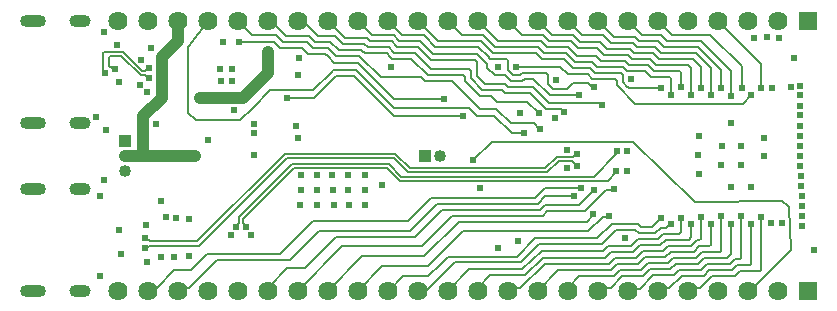
<source format=gbl>
G04*
G04 #@! TF.GenerationSoftware,Altium Limited,Altium Designer,25.2.1 (25)*
G04*
G04 Layer_Physical_Order=4*
G04 Layer_Color=16711680*
%FSLAX25Y25*%
%MOIN*%
G70*
G04*
G04 #@! TF.SameCoordinates,CFDFC737-2A4F-4172-B32B-428E1D980CDD*
G04*
G04*
G04 #@! TF.FilePolarity,Positive*
G04*
G01*
G75*
%ADD11C,0.00600*%
G04:AMPARAMS|DCode=51|XSize=39.37mil|YSize=86.61mil|CornerRadius=19.68mil|HoleSize=0mil|Usage=FLASHONLY|Rotation=270.000|XOffset=0mil|YOffset=0mil|HoleType=Round|Shape=RoundedRectangle|*
%AMROUNDEDRECTD51*
21,1,0.03937,0.04724,0,0,270.0*
21,1,0.00000,0.08661,0,0,270.0*
1,1,0.03937,-0.02362,0.00000*
1,1,0.03937,-0.02362,0.00000*
1,1,0.03937,0.02362,0.00000*
1,1,0.03937,0.02362,0.00000*
%
%ADD51ROUNDEDRECTD51*%
G04:AMPARAMS|DCode=52|XSize=39.37mil|YSize=70.87mil|CornerRadius=19.68mil|HoleSize=0mil|Usage=FLASHONLY|Rotation=270.000|XOffset=0mil|YOffset=0mil|HoleType=Round|Shape=RoundedRectangle|*
%AMROUNDEDRECTD52*
21,1,0.03937,0.03150,0,0,270.0*
21,1,0.00000,0.07087,0,0,270.0*
1,1,0.03937,-0.01575,0.00000*
1,1,0.03937,-0.01575,0.00000*
1,1,0.03937,0.01575,0.00000*
1,1,0.03937,0.01575,0.00000*
%
%ADD52ROUNDEDRECTD52*%
%ADD62C,0.00623*%
%ADD64C,0.00603*%
%ADD66C,0.06400*%
%ADD67R,0.06400X0.06400*%
%ADD68C,0.04000*%
%ADD69R,0.04000X0.04000*%
%ADD70R,0.04000X0.04000*%
%ADD71C,0.02400*%
%ADD72C,0.04000*%
D11*
X206698Y54692D02*
X227219Y34813D01*
X227641Y34644D02*
X256133Y35022D01*
X256347D02*
X256512Y34890D01*
X256133Y35022D02*
X256347D01*
X227219Y34813D02*
X227394Y34644D01*
X256512Y34890D02*
X258580Y33236D01*
X227394Y34644D02*
X227641D01*
X159679Y54692D02*
X206698D01*
X259389Y18522D02*
Y18784D01*
X258606Y33215D02*
X258795Y33026D01*
X258580Y33236D02*
X258606Y33215D01*
X258795Y33026D02*
X259389Y18784D01*
X245866Y5000D02*
X259389Y18522D01*
X245000Y5000D02*
X245866D01*
X137863D02*
X147512Y14509D01*
X135000Y5000D02*
X137863D01*
X147512Y14509D02*
X169395D01*
X176809Y15829D02*
X177049D01*
X189901Y15829D01*
X170852Y10169D02*
X176809Y15829D01*
X159263Y10169D02*
X170852D01*
X169028Y5926D02*
X177342Y13829D01*
X177582D01*
X165926Y5926D02*
X169028D01*
X177582Y13829D02*
X198228Y13829D01*
X152169Y12169D02*
X169890D01*
X176430Y18100D01*
X176661D01*
X196843Y18100D01*
X169395Y14509D02*
X175285Y20400D01*
X168035Y16236D02*
X174200Y22400D01*
X145004Y16236D02*
X168035D01*
X142643Y13875D02*
X145004Y16236D01*
X75647Y88030D02*
X86947D01*
X75563Y87946D02*
X75647Y88030D01*
X91597Y12400D02*
X97400D01*
X85305Y6271D02*
X91597Y12400D01*
X97400D02*
X107800Y22800D01*
X194885Y22400D02*
X199730Y27245D01*
X212989Y26087D02*
X216109Y29207D01*
X209474Y26087D02*
X212989D01*
X199730Y27245D02*
X208316D01*
X209474Y26087D01*
X203017Y25245D02*
X205202D01*
X205222Y25225D01*
X207507D02*
X208646Y24087D01*
X214229D01*
X216046Y25904D01*
X205222Y25225D02*
X207507D01*
X218774Y26768D02*
X219121D01*
X219400Y26490D02*
Y27016D01*
X216046Y25904D02*
X217910D01*
X219400Y27016D02*
X219421Y27036D01*
X219121Y26768D02*
X219400Y26490D01*
X217910Y25904D02*
X218774Y26768D01*
X175285Y20400D02*
X196314D01*
X202997Y25225D02*
X203017Y25245D01*
X196314Y20400D02*
X201140Y25225D01*
X202997D01*
X174200Y22400D02*
X194885D01*
X191839Y24817D02*
X196675Y29653D01*
X198653D01*
X198921Y29921D01*
X215058Y22087D02*
X216875Y23904D01*
X222192D02*
X222777Y24490D01*
X216875Y23904D02*
X222192D01*
X222777Y24490D02*
Y29319D01*
X48078Y6033D02*
X53841Y11796D01*
X59346D01*
X45000Y5000D02*
X46033Y6033D01*
X48078D01*
X64750Y17200D02*
X89000D01*
X59346Y11796D02*
X64750Y17200D01*
X185000Y6000D02*
X188811Y9811D01*
X185000Y5000D02*
Y6000D01*
X188811Y9811D02*
X200282D01*
X203158Y9814D02*
X210233D01*
X195963Y5963D02*
X199307D01*
X195000Y5000D02*
X195963Y5963D01*
X199307D02*
X203158Y9814D01*
X175000Y5000D02*
X181829Y11829D01*
X199471D01*
X175000Y5000D02*
X175000D01*
X198228Y13829D02*
X198714Y13900D01*
X199006Y14193D01*
X200627Y15814D01*
X196843Y18100D02*
X198556Y19814D01*
X165000Y5000D02*
X165926Y5926D01*
X155000Y5905D02*
X159263Y10169D01*
X155000Y5000D02*
Y5905D01*
X145000Y5000D02*
X152169Y12169D01*
X138412Y9710D02*
X142643Y13875D01*
X130095Y9710D02*
X138412D01*
X125000Y5000D02*
X125315D01*
X130095Y9710D01*
X137157Y16400D02*
X148724Y27967D01*
X116400Y16400D02*
X137157D01*
X148724Y27967D02*
X187737D01*
X105000Y5000D02*
X116400Y16400D01*
X138400Y13266D02*
X149951Y24817D01*
X191839D01*
X115000Y5000D02*
X123266Y13266D01*
X138400D01*
X187745Y27959D02*
X191419D01*
X193534Y30074D01*
X187737Y27967D02*
X187745Y27959D01*
X109875Y19875D02*
X136375D01*
X146467Y29967D02*
X176700D01*
X136375Y19875D02*
X146467Y29967D01*
X134000Y22800D02*
X143167Y31967D01*
X107800Y22800D02*
X134000D01*
X143167Y31967D02*
X175872D01*
X141367Y33967D02*
X175000D01*
X132400Y25000D02*
X141367Y33967D01*
X102200Y25000D02*
X132400D01*
X92400Y15200D02*
X102200Y25000D01*
X89000Y17200D02*
X100000Y28200D01*
X131640D02*
X139406Y35967D01*
X100000Y28200D02*
X131640D01*
X175000Y33967D02*
X177553Y36520D01*
X139406Y35967D02*
X174172D01*
X177456Y39251D01*
X95000Y5000D02*
X109875Y19875D01*
X68027Y15200D02*
X92400D01*
X85013Y5979D02*
X85305Y6271D01*
X85000Y5000D02*
X85013Y5979D01*
X58737Y5910D02*
X68027Y15200D01*
X166325Y57513D02*
X170585D01*
X160482Y63356D02*
X166325Y57513D01*
X173746Y60717D02*
X175552Y58911D01*
X165949Y60717D02*
X173746D01*
X175552Y58911D02*
X175759D01*
X171572Y67819D02*
X175347Y64044D01*
X177860Y65411D02*
X182697D01*
X183529Y64579D01*
X183907D01*
X172456Y70815D02*
X177860Y65411D01*
X161595Y67819D02*
X171572D01*
X153375Y48388D02*
X159679Y54692D01*
X159569Y69845D02*
X161595Y67819D01*
X164220Y70815D02*
X172456D01*
X161234Y65432D02*
X165949Y60717D01*
X155770Y69845D02*
X159569D01*
X195410Y67411D02*
X196089Y66732D01*
X187782Y67400D02*
X190018D01*
X196089Y66732D02*
X196468D01*
X190018Y67400D02*
X190030Y67411D01*
X195410D01*
X187770D02*
X187782Y67400D01*
X178689Y67411D02*
X187770D01*
X173284Y72816D02*
X178689Y67411D01*
X115009Y80849D02*
X127034Y68824D01*
X143735D01*
X146332Y74804D02*
X155704Y65432D01*
X161234D01*
X152114Y65951D02*
X154709Y63356D01*
X160482D01*
X114467Y78563D02*
X127078Y65951D01*
X152114D01*
X113701Y76500D02*
X127121Y63080D01*
X150024D01*
X242994Y72506D02*
Y79800D01*
X232494Y90300D02*
X242994Y79800D01*
X219700Y90300D02*
X232494D01*
X177553Y36520D02*
X187055D01*
X177456Y39251D02*
X189320D01*
X193534Y30074D02*
Y30385D01*
X190658Y31383D02*
X197857Y38581D01*
X178116Y31383D02*
X190658D01*
X197857Y38581D02*
X200158D01*
X188619Y33383D02*
X193909Y38673D01*
X177288Y33383D02*
X188619D01*
X200158Y38581D02*
X200368Y38792D01*
X175872Y31967D02*
X177288Y33383D01*
X100081Y71832D02*
X106281Y77921D01*
X106860Y78500D01*
X109286D01*
X85905Y71832D02*
X100081D01*
X109286Y78500D02*
X114467Y78563D01*
X133214Y81923D02*
X138333Y76804D01*
X132936Y82201D02*
X133214Y81923D01*
X124626Y84060D02*
X125688Y82998D01*
X128702Y82358D02*
X132936Y82201D01*
X125688Y82998D02*
X126328Y82358D01*
X128702D01*
X125455Y86060D02*
X126864Y84651D01*
X127157Y84358D02*
X128739D01*
X126864Y84651D02*
X127157Y84358D01*
X128739D02*
X134102Y84159D01*
X139458Y78804D01*
X126283Y88060D02*
X127692Y86651D01*
X127985Y86358D01*
X135006Y86127D02*
X135284Y85849D01*
X128776Y86358D02*
X135006Y86127D01*
X135284Y85849D02*
X139357Y81775D01*
X127985Y86358D02*
X128776D01*
X135865Y88096D02*
X140186Y83776D01*
X128536Y88636D02*
X128814Y88358D01*
X127112Y90060D02*
X128536Y88636D01*
X128814Y88358D02*
X135865Y88096D01*
X119940Y90060D02*
X127112D01*
X125000Y95000D02*
X129355Y90645D01*
X137358Y89814D02*
X140872Y86300D01*
X129632Y90367D02*
X137080Y90091D01*
X137358Y89814D01*
X129355Y90645D02*
X129632Y90367D01*
X115837Y82849D02*
X122609Y76078D01*
X136084D02*
X137358Y74804D01*
X122609Y76078D02*
X136084D01*
X115811Y82849D02*
X115837D01*
X107830Y83101D02*
X115559D01*
X115811Y82849D01*
X107253Y80849D02*
X115009D01*
X105053Y83050D02*
X107253Y80849D01*
X91772Y69341D02*
X100399D01*
X107689Y76500D02*
X113701D01*
X100399Y69341D02*
X107689Y76500D01*
X91505Y69073D02*
X91772Y69341D01*
X80060Y65987D02*
X85905Y71832D01*
X117455Y84060D02*
X124626D01*
X138748Y76804D02*
X150087D01*
X138333Y76804D02*
X138748Y76804D01*
X61050Y61800D02*
X75861D01*
X80047Y65987D02*
X80060D01*
X75861Y61800D02*
X80047Y65987D01*
X58500Y64350D02*
X61050Y61800D01*
X58500Y64350D02*
Y64360D01*
X58488Y64372D02*
X58500Y64360D01*
Y73649D02*
Y85799D01*
X58500Y86127D01*
X58488Y64372D02*
Y73637D01*
X58693Y86390D02*
X65000Y95000D01*
X58488Y73637D02*
X58500Y73649D01*
X58500Y86127D02*
X58693Y86390D01*
X86947Y88030D02*
X88877Y86100D01*
X89058D01*
X96342Y85903D02*
X98386Y83859D01*
X89256Y85903D02*
X96342D01*
X89058Y86100D02*
X89256Y85903D01*
X98386Y83859D02*
X104243D01*
X79719Y90281D02*
X87706D01*
X90084Y87902D01*
X75000Y95000D02*
X79719Y90281D01*
X90084Y87902D02*
X98050D01*
X86047Y95000D02*
X91144Y89903D01*
X85000Y95000D02*
X86047D01*
X91144Y89903D02*
X98879D01*
X104243Y83859D02*
X105037Y83065D01*
X164073Y76710D02*
X165968Y74815D01*
X158076Y79306D02*
X160672Y76710D01*
X164073D01*
X165968Y74815D02*
X169872D01*
X158076Y79306D02*
Y80567D01*
X154673Y76598D02*
Y81142D01*
Y76598D02*
X157426Y73844D01*
X154039Y81775D02*
X154673Y81142D01*
X157426Y73844D02*
X164110D01*
X152673Y75769D02*
X156598Y71845D01*
X152087Y78804D02*
X152673Y78218D01*
X139458Y78804D02*
X152087D01*
X156598Y71845D02*
X163191D01*
X152673Y75769D02*
Y78218D01*
X140186Y83776D02*
X154868D01*
X173535Y75565D02*
X179000Y70100D01*
X154868Y83776D02*
X158076Y80567D01*
X115000Y95000D02*
X119647Y90353D01*
X119940Y90060D01*
X105000Y95000D02*
X110899Y89101D01*
X139357Y81775D02*
X154039D01*
X164110Y73844D02*
X165139Y72816D01*
X173284D01*
X118071Y89101D02*
X119112Y88060D01*
X166807Y76815D02*
X169044D01*
X164482Y82300D02*
X165068Y81714D01*
X158318Y83153D02*
X159172Y82300D01*
X164482D01*
X165068Y78554D02*
X166807Y76815D01*
X165068Y78554D02*
Y81714D01*
X150673Y74941D02*
Y76218D01*
Y74941D02*
X155770Y69845D01*
X150087Y76804D02*
X150673Y76218D01*
X137358Y74804D02*
X146332D01*
X169044Y76815D02*
X169793Y77565D01*
X177753D01*
X178339Y76979D01*
Y73992D02*
Y76979D01*
X119112Y88060D02*
X126283D01*
X158318Y83153D02*
X158318D01*
X155464Y86007D02*
X158318Y83153D01*
X159486Y84814D02*
X159529D01*
X160043Y84300D02*
X174386D01*
X156000Y88300D02*
X159486Y84814D01*
X174386Y84300D02*
X176507Y82179D01*
X159529Y84814D02*
X160043Y84300D01*
X163191Y71845D02*
X164220Y70815D01*
X105037Y83065D02*
X105053Y83050D01*
X116527Y84987D02*
X117455Y84060D01*
X116400Y85101D02*
X116527Y84987D01*
X118283Y86060D02*
X125455D01*
X117242Y87101D02*
X118283Y86060D01*
X116828Y87101D02*
X117242Y87101D01*
X110071Y87101D02*
X116828D01*
X117657Y89101D02*
X118071Y89101D01*
X110899Y89101D02*
X117657D01*
X108658Y85101D02*
X116400D01*
X169872Y74815D02*
X170622Y75565D01*
X173535D01*
X98050Y87902D02*
X100093Y85859D01*
X105072D01*
X107830Y83101D01*
X98879Y89903D02*
X100922Y87859D01*
X105900D01*
X108658Y85101D01*
X101750Y89859D02*
X107313D01*
X110071Y87101D01*
X98128Y93481D02*
X101750Y89859D01*
X96461Y95000D02*
X97980Y93481D01*
X95000Y95000D02*
X96461D01*
X97980Y93481D02*
X98128D01*
X179000Y70100D02*
X188900D01*
X193134Y72867D02*
X193677D01*
X178339Y73992D02*
X180128Y72202D01*
X184818D01*
X186702Y74086D01*
X191914D01*
X193299Y72867D02*
X193677D01*
X191914Y74086D02*
X193134Y72867D01*
X140872Y86300D02*
X155172D01*
X155464Y86007D01*
X205242Y72800D02*
X205343Y72699D01*
X203300Y74382D02*
X204882Y72800D01*
X205343Y72699D02*
X216217D01*
X203300Y74382D02*
Y76901D01*
X204882Y72800D02*
X205242D01*
X200714Y75586D02*
X201300Y75000D01*
X193243Y75586D02*
X200714D01*
X201300Y73553D02*
Y75000D01*
Y73553D02*
X207549Y67304D01*
X191779Y77050D02*
X193243Y75586D01*
X202615Y77586D02*
X203300Y76901D01*
X194072Y77586D02*
X202615D01*
X185061Y77050D02*
X191779D01*
X182546Y79565D02*
X185061Y77050D01*
X167975Y79565D02*
X182546D01*
X192534Y79123D02*
X194072Y77586D01*
X183679Y82179D02*
X186735Y79123D01*
X192534D01*
X193178Y81307D02*
X194900Y79586D01*
X187379Y81307D02*
X193178D01*
X184386Y84300D02*
X187379Y81307D01*
X194900Y79586D02*
X203444D01*
X194450Y83307D02*
X196172Y81586D01*
X188207Y83307D02*
X194450D01*
X196172Y81586D02*
X204272D01*
X194643Y85943D02*
X197000Y83586D01*
X188400Y85943D02*
X194643D01*
X197000Y83586D02*
X205100D01*
X195643Y87943D02*
X198000Y85586D01*
X189229Y87943D02*
X195643D01*
X198000Y85586D02*
X205929D01*
X196872Y90300D02*
X199586Y87586D01*
X189700Y90300D02*
X196872D01*
X199586Y87586D02*
X206757D01*
X243407Y67304D02*
X246204Y70101D01*
X207549Y67304D02*
X243407D01*
X167926Y79515D02*
X167975Y79565D01*
X249500Y72500D02*
Y80500D01*
X235000Y95000D02*
X249500Y80500D01*
X225000Y95000D02*
X225659Y94341D01*
X176507Y82179D02*
X183679D01*
X141700Y88300D02*
X156000D01*
X135000Y95000D02*
X141700Y88300D01*
X55000Y5000D02*
X55910Y5910D01*
X58737D01*
X176700Y29967D02*
X178116Y31383D01*
X208360Y22087D02*
X215058D01*
X206086Y19814D02*
X208360Y22087D01*
X198556Y19814D02*
X206086D01*
X218830Y76300D02*
X219416Y75714D01*
Y70256D02*
Y75714D01*
X212843Y76300D02*
X218830D01*
X210843Y78300D02*
X212843Y76300D01*
X189901Y15829D02*
X197400D01*
X199385Y17814D01*
X206915D01*
X209188Y20087D01*
X215886D01*
X217703Y21904D01*
X225286D01*
X226112Y22729D01*
Y27059D01*
X200627Y15814D02*
X207743D01*
X210017Y18087D01*
X216715D01*
X218531Y19904D01*
X226115D01*
X227986Y21776D01*
X228748D01*
X229334Y22361D01*
Y29565D01*
X199471Y11829D02*
X201456Y13814D01*
X208572D01*
X210845Y16087D01*
X217543D01*
X219360Y17904D01*
X226943D01*
X228815Y19776D01*
X232159D01*
X232745Y20361D01*
Y27237D01*
X227772Y15904D02*
X229643Y17776D01*
X235656D02*
X236242Y18361D01*
Y29732D01*
X229643Y17776D02*
X235656D01*
X200282Y9811D02*
X202284Y11814D01*
X209400D01*
X211673Y14087D01*
X218372D01*
X220188Y15904D01*
X227772D01*
X210233Y9814D02*
X212507Y12087D01*
X219200D01*
X221017Y13904D01*
X228600D01*
X230472Y15776D01*
X238190D01*
X239561Y17146D01*
Y27165D01*
X220329Y10087D02*
X222145Y11904D01*
X229488D01*
X208947Y5700D02*
X213335Y10087D01*
X220329D01*
X229488Y11904D02*
X231360Y13776D01*
X205699Y5700D02*
X208947D01*
X205000Y5000D02*
X205699Y5700D01*
X231360Y13776D02*
X239019D01*
X240643Y15400D01*
X242323D01*
X242909Y15986D01*
Y29705D01*
X218858Y5789D02*
X222974Y9904D01*
X230317D01*
X215000Y5000D02*
X215789Y5789D01*
X218858D01*
X230317Y9904D02*
X232188Y11776D01*
X239847D01*
X241472Y13400D01*
X245646D01*
X246232Y13986D01*
Y27171D01*
X228944Y5703D02*
X233017Y9776D01*
X240676D02*
X242300Y11400D01*
X233017Y9776D02*
X240676D01*
X225000Y5000D02*
X225703Y5703D01*
X228944D01*
X242300Y11400D02*
X248963D01*
X249549Y11986D01*
Y29677D01*
X213672Y78300D02*
X222200D01*
X222786Y72857D02*
Y77714D01*
X222200Y78300D02*
X222786Y77714D01*
X211672Y80300D02*
X213672Y78300D01*
X204272Y81586D02*
X205558Y80300D01*
X211672D01*
X203444Y79586D02*
X204730Y78300D01*
X210843D01*
X145000Y95000D02*
X149700Y90300D01*
X156872D01*
X160872Y86300D01*
X175215D01*
X177215Y84300D01*
X184386D01*
X225000Y80300D02*
X226171Y79129D01*
Y70351D02*
Y79129D01*
X155000Y95000D02*
X161700Y88300D01*
X176043D01*
X178043Y86300D01*
X185215D01*
X188207Y83307D01*
X165000Y95000D02*
X169700Y90300D01*
X176872D01*
X178872Y88300D01*
X186043D01*
X188400Y85943D01*
X205100Y83586D02*
X206386Y82300D01*
X212500D01*
X214500Y80300D01*
X225000D01*
X175000Y95000D02*
X179700Y90300D01*
X186872D01*
X189229Y87943D01*
X205929Y85586D02*
X207215Y84300D01*
X213343D01*
X215343Y82300D01*
X226886D01*
X229500Y79686D01*
Y72500D02*
Y79686D01*
X185000Y95000D02*
X189700Y90300D01*
X206757Y87586D02*
X208043Y86300D01*
X214172D01*
X216172Y84300D01*
X227715D01*
X232813Y79202D01*
Y70165D02*
Y79202D01*
X195000Y95000D02*
X200414Y89586D01*
X207586D01*
X208872Y88300D01*
X215000D01*
X217000Y86300D01*
X228543D01*
X236259Y78584D01*
Y72480D02*
Y78584D01*
X205000Y95000D02*
X209700Y90300D01*
X216200D01*
X218200Y88300D01*
X229372D01*
X239504Y78168D01*
Y70004D02*
Y78168D01*
X215000Y95000D02*
X219700Y90300D01*
D51*
X6752Y39016D02*
D03*
Y5000D02*
D03*
Y95000D02*
D03*
Y60984D02*
D03*
D52*
X22500Y39016D02*
D03*
Y5000D02*
D03*
Y95000D02*
D03*
Y60984D02*
D03*
D62*
X32248Y82769D02*
X32613Y83134D01*
X32248Y79944D02*
X33069Y79123D01*
X32613Y83134D02*
X36258D01*
X32248Y79944D02*
Y82769D01*
X33642Y79123D02*
X33958Y78807D01*
X33069Y79123D02*
X33642D01*
X36848Y84557D02*
X43265Y78139D01*
X29989Y84192D02*
X30354Y84557D01*
X36258Y83134D02*
X42676Y76716D01*
X29989Y78685D02*
Y84192D01*
X30354Y84557D02*
X36848D01*
X30851Y77431D02*
Y77823D01*
X29989Y78685D02*
X30851Y77823D01*
X44245Y78139D02*
X45406Y79300D01*
X42676Y76716D02*
X44147D01*
X44963Y75900D02*
X45400D01*
X44147Y76716D02*
X44963Y75900D01*
X43265Y78139D02*
X44245D01*
X45406Y79300D02*
X45600D01*
D64*
X198316Y41572D02*
X201147Y44403D01*
X129019Y41572D02*
X198316D01*
X201147Y44403D02*
Y44882D01*
X201147Y50459D02*
Y51319D01*
X178778Y43008D02*
X193695D01*
X201147Y50459D01*
Y51319D02*
X201490Y51663D01*
X61459Y21368D02*
X90703Y50612D01*
X62040Y19965D02*
X91284Y49209D01*
X126990D02*
X131813Y44386D01*
X91284Y49209D02*
X126990D01*
X90703Y50612D02*
X127571D01*
X132394Y45789D01*
X44565Y22415D02*
X45612Y21368D01*
X44698Y19356D02*
X45306Y19965D01*
X44565Y22415D02*
Y22556D01*
X44211Y19356D02*
X44698D01*
X45612Y21368D02*
X61459D01*
X45306Y19965D02*
X62040D01*
X44211Y22556D02*
X44565D01*
X75436Y29415D02*
X93264Y47243D01*
X76839Y28834D02*
X93845Y45840D01*
X76839Y27470D02*
Y28834D01*
X77733Y26218D02*
Y26576D01*
X76839Y27470D02*
X77733Y26576D01*
X75436Y27481D02*
Y29415D01*
X74533Y26229D02*
Y26578D01*
X75436Y27481D01*
X93264Y47243D02*
X125332D01*
X93845Y45840D02*
X124751D01*
X129019Y41572D01*
X131231Y42983D02*
X178753D01*
X178778Y43008D01*
X125332Y47243D02*
X129567Y43008D01*
X131207D02*
X131231Y42983D01*
X129567Y43008D02*
X131207D01*
X178172Y44386D02*
X181948Y48163D01*
X131813Y44386D02*
X178172D01*
X177590Y45789D02*
X181367Y49566D01*
X132394Y45789D02*
X177590D01*
X181948Y48163D02*
X186335D01*
X181367Y49566D02*
X186748D01*
X187682Y50500D02*
X188000D01*
X186748Y49566D02*
X187682Y50500D01*
X186335Y48163D02*
X188035Y46463D01*
D66*
X35000Y95000D02*
D03*
X45000D02*
D03*
X55000D02*
D03*
X65000D02*
D03*
X75000D02*
D03*
X85000D02*
D03*
X95000D02*
D03*
X105000D02*
D03*
X115000D02*
D03*
X125000D02*
D03*
X135000D02*
D03*
X145000D02*
D03*
X155000D02*
D03*
X165000D02*
D03*
X175000D02*
D03*
X185000D02*
D03*
X195000D02*
D03*
X205000D02*
D03*
X215000D02*
D03*
X225000D02*
D03*
X235000D02*
D03*
X245000D02*
D03*
X255000D02*
D03*
X35000Y5000D02*
D03*
X45000D02*
D03*
X55000D02*
D03*
X65000D02*
D03*
X75000D02*
D03*
X85000D02*
D03*
X95000D02*
D03*
X105000D02*
D03*
X115000D02*
D03*
X125000D02*
D03*
X135000D02*
D03*
X145000D02*
D03*
X155000D02*
D03*
X165000D02*
D03*
X175000D02*
D03*
X185000D02*
D03*
X195000D02*
D03*
X205000D02*
D03*
X215000D02*
D03*
X225000D02*
D03*
X235000D02*
D03*
X245000D02*
D03*
X255000D02*
D03*
D67*
X265000Y95000D02*
D03*
Y5000D02*
D03*
D68*
X37500Y45000D02*
D03*
Y50000D02*
D03*
X142500D02*
D03*
D69*
X37500Y55000D02*
D03*
D70*
X137500Y50000D02*
D03*
D71*
X62277Y69259D02*
D03*
X73815Y65095D02*
D03*
X75563Y87946D02*
D03*
X94538Y59800D02*
D03*
X262529Y53330D02*
D03*
X262469Y56658D02*
D03*
X262544Y59986D02*
D03*
X262529Y63450D02*
D03*
X262439Y66687D02*
D03*
X262529Y73298D02*
D03*
X262363Y70136D02*
D03*
X259577Y72997D02*
D03*
X216109Y29207D02*
D03*
X198921Y29921D02*
D03*
X155700Y39100D02*
D03*
X170585Y57513D02*
D03*
X175759Y58911D02*
D03*
X175347Y64044D02*
D03*
X180848Y62651D02*
D03*
X183907Y64579D02*
D03*
X196468Y66732D02*
D03*
X143735Y68824D02*
D03*
X150026Y63077D02*
D03*
X95335Y82644D02*
D03*
X239414Y61015D02*
D03*
X255462Y89268D02*
D03*
X247133Y89109D02*
D03*
X251343Y89578D02*
D03*
X80596Y60533D02*
D03*
X80430Y57448D02*
D03*
X187055Y36520D02*
D03*
X189320Y39251D02*
D03*
X193534Y30385D02*
D03*
X193909Y38673D02*
D03*
X153375Y48388D02*
D03*
X262937Y39918D02*
D03*
X263100Y36700D02*
D03*
X263084Y29834D02*
D03*
X263181Y26649D02*
D03*
X262519Y49895D02*
D03*
X262590Y46677D02*
D03*
X262818Y43279D02*
D03*
X263093Y33327D02*
D03*
X126200Y79600D02*
D03*
X95126Y76745D02*
D03*
X91505Y69073D02*
D03*
X44211Y22556D02*
D03*
Y19356D02*
D03*
X74533Y26229D02*
D03*
X77733Y26218D02*
D03*
X47937Y60651D02*
D03*
X42544Y73434D02*
D03*
X44815Y71269D02*
D03*
X60897Y50024D02*
D03*
X80304Y50251D02*
D03*
X65002Y55305D02*
D03*
X34163Y78782D02*
D03*
X34763Y86937D02*
D03*
X42800Y81900D02*
D03*
X30462Y91321D02*
D03*
X28947Y36692D02*
D03*
X36000Y17200D02*
D03*
X123238Y40255D02*
D03*
X94981Y56027D02*
D03*
X30954Y58413D02*
D03*
X27910Y62916D02*
D03*
X35507Y74456D02*
D03*
X30851Y77431D02*
D03*
X45400Y75900D02*
D03*
X45600Y79300D02*
D03*
X201147Y44882D02*
D03*
X201490Y51663D02*
D03*
X184800Y51900D02*
D03*
X184700Y45800D02*
D03*
X188035Y46463D02*
D03*
X188000Y50500D02*
D03*
X35397Y25223D02*
D03*
X204900Y45000D02*
D03*
Y51700D02*
D03*
X79300Y23400D02*
D03*
X72900D02*
D03*
X49500Y35000D02*
D03*
X44796Y14437D02*
D03*
X44589Y26822D02*
D03*
X30500Y42000D02*
D03*
X28960Y9808D02*
D03*
X51183Y29439D02*
D03*
X54382Y29276D02*
D03*
X49565Y16359D02*
D03*
X53673Y16344D02*
D03*
X58643Y16426D02*
D03*
X58734Y28979D02*
D03*
X228580Y50086D02*
D03*
X228798Y56541D02*
D03*
X239340Y39631D02*
D03*
X228677Y43777D02*
D03*
X250516Y49795D02*
D03*
X250492Y55789D02*
D03*
X246154Y39677D02*
D03*
X236245Y46755D02*
D03*
X242770Y46709D02*
D03*
X242752Y53176D02*
D03*
X236306Y53208D02*
D03*
X101584Y38398D02*
D03*
X106682Y38462D02*
D03*
X111907Y38525D02*
D03*
X117428Y38652D02*
D03*
X96147Y38440D02*
D03*
X101584Y43475D02*
D03*
X106555Y43411D02*
D03*
X111864Y43538D02*
D03*
X117449D02*
D03*
X96168Y43390D02*
D03*
X95909Y33543D02*
D03*
X117500Y33500D02*
D03*
X112000D02*
D03*
X107000D02*
D03*
X101500D02*
D03*
X256294Y27570D02*
D03*
X161800Y19300D02*
D03*
X161700Y79500D02*
D03*
X252950Y72675D02*
D03*
X69304Y74962D02*
D03*
X73004D02*
D03*
X73104Y78962D02*
D03*
X69104D02*
D03*
X70018Y87977D02*
D03*
X45961Y85758D02*
D03*
X85300Y84500D02*
D03*
X169000Y64100D02*
D03*
X188900Y70100D02*
D03*
X193677Y72867D02*
D03*
X167926Y79515D02*
D03*
X200368Y38792D02*
D03*
X168414Y21441D02*
D03*
X204135Y22545D02*
D03*
X226112Y27059D02*
D03*
X219421Y27036D02*
D03*
X222777Y29319D02*
D03*
X229334Y29565D02*
D03*
X246232Y27171D02*
D03*
X232745Y27237D02*
D03*
X181038Y75216D02*
D03*
X267063Y18563D02*
D03*
X260500Y82575D02*
D03*
X206000Y75500D02*
D03*
X222762Y72834D02*
D03*
X226174Y70348D02*
D03*
X236259Y72480D02*
D03*
X246204Y70101D02*
D03*
X252894Y27463D02*
D03*
X239561Y27165D02*
D03*
X216217Y72699D02*
D03*
X249549Y29677D02*
D03*
X242909Y29705D02*
D03*
X236241Y29733D02*
D03*
X219420Y70252D02*
D03*
X229500Y72500D02*
D03*
X232813Y70165D02*
D03*
X239504Y70004D02*
D03*
X243000Y72500D02*
D03*
X249500D02*
D03*
D72*
X76808Y69308D02*
X81004Y73504D01*
X85007Y77507D01*
Y84500D01*
X62325Y69308D02*
X76808D01*
X43543Y63057D02*
X49693Y69207D01*
X37500Y50000D02*
X43543D01*
X60873D01*
X43543D02*
Y63057D01*
X49693Y69207D02*
Y82946D01*
X55000Y88253D01*
Y95000D01*
M02*

</source>
